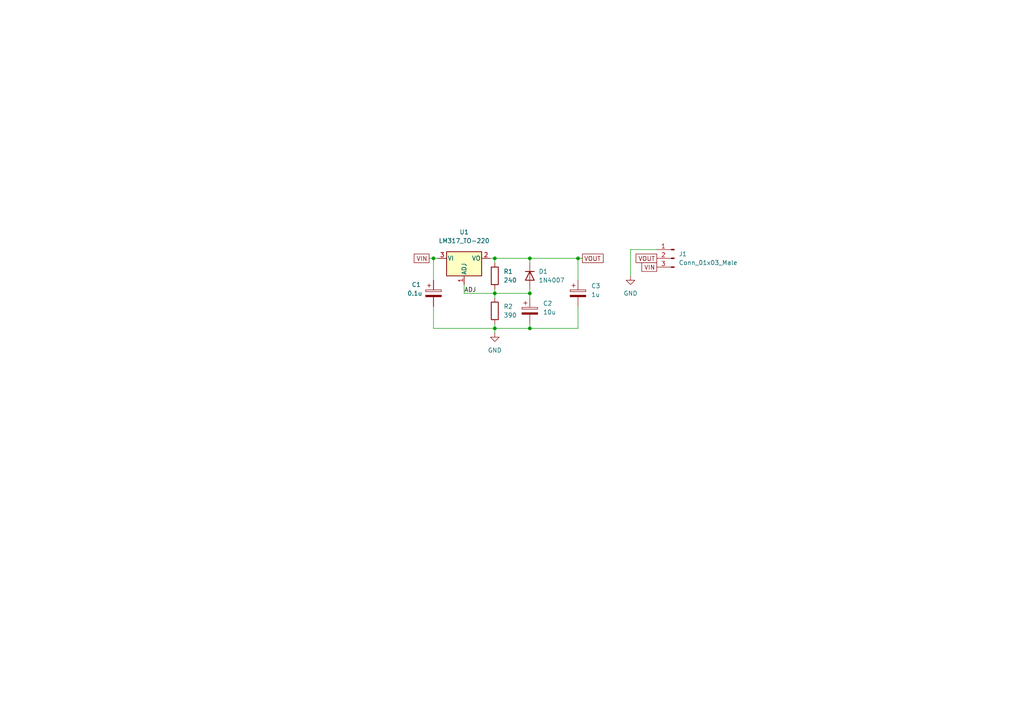
<source format=kicad_sch>
(kicad_sch (version 20211123) (generator eeschema)
  (paper "A4")
  (lib_symbols
    (symbol "Connector:Conn_01x03_Male" (pin_names (offset 1.016) hide)
      (property "Reference" "J" (at 0 5.08 0))
      (property "Value" "Conn_01x03_Male" (at 0 -5.08 0))
      (symbol "Conn_01x03_Male_1_1"
        (polyline (pts (xy 1.27 -2.54) (xy 0.8636 -2.54)) (stroke (width 0.1524)))
        (polyline (pts (xy 1.27 0) (xy 0.8636 0)) (stroke (width 0.1524)))
        (polyline (pts (xy 1.27 2.54) (xy 0.8636 2.54)) (stroke (width 0.1524)))
        (rectangle (start 0.8636 -2.413) (end 0 -2.667) (stroke (width 0.1524)) (fill (type outline)))
        (rectangle (start 0.8636 0.127) (end 0 -0.127) (stroke (width 0.1524)) (fill (type outline)))
        (rectangle (start 0.8636 2.667) (end 0 2.413) (stroke (width 0.1524)) (fill (type outline)))
        (pin passive line (at 5.08 2.54 180) (length 3.81) (name "Pin_1") (number "1"))
        (pin passive line (at 5.08 0 180) (length 3.81) (name "Pin_2") (number "2"))
        (pin passive line (at 5.08 -2.54 180) (length 3.81) (name "Pin_3") (number "3"))
      )
    )
    (symbol "Device:C_Polarized" (pin_numbers hide) (pin_names (offset 0.254))
      (property "Reference" "C" (at 0.635 2.54 0))
      (property "Value" "C_Polarized" (at 0.635 -2.54 0))
      (symbol "C_Polarized_0_1"
        (rectangle (start -2.286 0.508) (end 2.286 1.016))
        (polyline (pts (xy -1.778 2.286) (xy -0.762 2.286)))
        (polyline (pts (xy -1.27 2.794) (xy -1.27 1.778)))
        (rectangle (start 2.286 -0.508) (end -2.286 -1.016) (fill (type outline)))
      )
      (symbol "C_Polarized_1_1"
        (pin passive line (at 0 3.81 270) (length 2.794) (name "~") (number "1"))
        (pin passive line (at 0 -3.81 90) (length 2.794) (name "~") (number "2"))
      )
    )
    (symbol "Device:R" (pin_numbers hide) (pin_names (offset 0))
      (property "Reference" "R" (at 2.032 0 90))
      (property "Value" "R" (at 0 0 90))
      (symbol "R_0_1"
        (rectangle (start -1.016 -2.54) (end 1.016 2.54) (stroke (width 0.254)))
      )
      (symbol "R_1_1"
        (pin passive line (at 0 3.81 270) (length 1.27) (name "~") (number "1"))
        (pin passive line (at 0 -3.81 90) (length 1.27) (name "~") (number "2"))
      )
    )
    (symbol "Diode:1N4007" (pin_numbers hide) (pin_names (offset 1.016) hide)
      (property "Reference" "D" (at 0 2.54 0))
      (property "Value" "1N4007" (at 0 -2.54 0))
      (symbol "1N4007_0_1"
        (polyline (pts (xy -1.27 1.27) (xy -1.27 -1.27)) (stroke (width 0.254)))
        (polyline (pts (xy 1.27 0) (xy -1.27 0)))
        (polyline (pts (xy 1.27 1.27) (xy 1.27 -1.27) (xy -1.27 0) (xy 1.27 1.27)) (stroke (width 0.254)))
      )
      (symbol "1N4007_1_1"
        (pin passive line (at -3.81 0 0) (length 2.54) (name "K") (number "1"))
        (pin passive line (at 3.81 0 180) (length 2.54) (name "A") (number "2"))
      )
    )
    (symbol "Regulator_Linear:LM317_TO-220" (pin_names (offset 0.254))
      (property "Reference" "U" (at -3.81 3.175 0))
      (property "Value" "LM317_TO-220" (at 0 3.175 0))
      (symbol "LM317_TO-220_0_1"
        (rectangle (start -5.08 1.905) (end 5.08 -5.08) (stroke (width 0.254)) (fill (type background)))
      )
      (symbol "LM317_TO-220_1_1"
        (pin input line (at 0 -7.62 90) (length 2.54) (name "ADJ") (number "1"))
        (pin power_out line (at 7.62 0 180) (length 2.54) (name "VO") (number "2"))
        (pin power_in line (at -7.62 0 0) (length 2.54) (name "VI") (number "3"))
      )
    )
    (symbol "power:GND" (power) (pin_names (offset 0))
      (property "Value" "GND" (at 0 -3.81 0))
      (symbol "GND_0_1"
        (polyline (pts (xy 0 0) (xy 0 -1.27) (xy 1.27 -1.27) (xy 0 -2.54) (xy -1.27 -1.27) (xy 0 -1.27)))
      )
      (symbol "GND_1_1"
        (pin power_in line (at 0 0 270) (length 0) hide (name "GND") (number "1"))
      )
    )
  )
  (junction (at 153.67 74.93))
  (junction (at 143.51 95.25))
  (junction (at 143.51 74.93))
  (junction (at 153.67 95.25))
  (junction (at 143.51 85.09))
  (junction (at 125.73 74.93))
  (junction (at 167.64 74.93))
  (junction (at 153.67 85.09))
  (wire (pts (xy 153.67 76.2) (xy 153.67 74.93)))
  (wire (pts (xy 167.64 74.93) (xy 153.67 74.93)))
  (wire (pts (xy 127 74.93) (xy 125.73 74.93)))
  (wire (pts (xy 125.73 95.25) (xy 143.51 95.25)))
  (wire (pts (xy 153.67 85.09) (xy 143.51 85.09)))
  (wire (pts (xy 125.73 88.9) (xy 125.73 95.25)))
  (wire (pts (xy 182.88 80.01) (xy 182.88 72.39)))
  (wire (pts (xy 153.67 93.98) (xy 153.67 95.25)))
  (wire (pts (xy 153.67 85.09) (xy 153.67 86.36)))
  (wire (pts (xy 125.73 74.93) (xy 125.73 81.28)))
  (wire (pts (xy 143.51 85.09) (xy 143.51 86.36)))
  (wire (pts (xy 167.64 95.25) (xy 153.67 95.25)))
  (wire (pts (xy 142.24 74.93) (xy 143.51 74.93)))
  (wire (pts (xy 167.64 74.93) (xy 168.91 74.93)))
  (wire (pts (xy 143.51 74.93) (xy 153.67 74.93)))
  (wire (pts (xy 143.51 74.93) (xy 143.51 76.2)))
  (wire (pts (xy 124.46 74.93) (xy 125.73 74.93)))
  (wire (pts (xy 153.67 83.82) (xy 153.67 85.09)))
  (wire (pts (xy 143.51 83.82) (xy 143.51 85.09)))
  (wire (pts (xy 167.64 81.28) (xy 167.64 74.93)))
  (wire (pts (xy 143.51 93.98) (xy 143.51 95.25)))
  (wire (pts (xy 167.64 88.9) (xy 167.64 95.25)))
  (wire (pts (xy 182.88 72.39) (xy 190.5 72.39)))
  (wire (pts (xy 143.51 95.25) (xy 143.51 96.52)))
  (wire (pts (xy 153.67 95.25) (xy 143.51 95.25)))
  (wire (pts (xy 134.62 82.55) (xy 134.62 85.09)))
  (wire (pts (xy 134.62 85.09) (xy 143.51 85.09)))
  (label "ADJ" (at 134.62 85.09 0))
  (global_label "VIN" (shape passive) (at 124.46 74.93 180) (property "Intersheet References" "${INTERSHEET_REFS}" (effects hide)))
  (global_label "VIN" (shape passive) (at 190.5 77.47 180) (property "Intersheet References" "${INTERSHEET_REFS}" (effects hide)))
  (global_label "VOUT" (shape passive) (at 190.5 74.93 180) (property "Intersheet References" "${INTERSHEET_REFS}" (effects hide)))
  (global_label "VOUT" (shape passive) (at 168.91 74.93 0) (property "Intersheet References" "${INTERSHEET_REFS}" (effects hide)))
  (symbol (lib_id "Regulator_Linear:LM317_TO-220") (at 134.62 74.93 0) (unit 1)
    (property "Reference" "U1" (at 134.62 67.31 0))
    (property "Value" "LM317_TO-220" (at 134.62 69.85 0))
    (property "Footprint" "Package_TO_SOT_THT:TO-220-3_Horizontal_TabDown" (effects hide))
    (property "Datasheet" "http://www.ti.com/lit/ds/symlink/lm317.pdf" (effects hide))
  )
  (symbol (lib_id "Device:C_Polarized") (at 125.73 85.09 0) (unit 1)
    (property "Reference" "C1" (at 119.38 82.55 0) (effects (justify left)))
    (property "Value" "0.1u" (at 118.11 85.09 0) (effects (justify left)))
    (property "Footprint" "Capacitor_THT:CP_Radial_D5.0mm_P2.00mm" (effects hide))
  )
  (symbol (lib_id "power:GND") (at 182.88 80.01 0) (unit 1)
    (property "Reference" "#PWR0102" (effects hide))
    (property "Value" "GND" (at 182.88 85.09 0))
  )
  (symbol (lib_id "Diode:1N4007") (at 153.67 80.01 270) (unit 1)
    (property "Reference" "D1" (at 156.21 78.7399 90) (effects (justify left)))
    (property "Value" "1N4007" (at 156.21 81.2799 90) (effects (justify left)))
    (property "Footprint" "Diode_THT:D_DO-41_SOD81_P10.16mm_Horizontal" (effects hide))
    (property "Datasheet" "http://www.vishay.com/docs/88503/1n4001.pdf" (effects hide))
  )
  (symbol (lib_id "Connector:Conn_01x03_Male") (at 195.58 74.93 0) (mirror y) (unit 1)
    (property "Reference" "J1" (at 196.85 73.6599 0) (effects (justify right)))
    (property "Value" "Conn_01x03_Male" (at 196.85 76.1999 0) (effects (justify right)))
    (property "Footprint" "Connector_PinHeader_2.54mm:PinHeader_1x03_P2.54mm_Vertical" (effects hide))
  )
  (symbol (lib_id "Device:R") (at 143.51 80.01 0) (unit 1)
    (property "Reference" "R1" (at 146.05 78.7399 0) (effects (justify left)))
    (property "Value" "240" (at 146.05 81.2799 0) (effects (justify left)))
    (property "Footprint" "Resistor_THT:R_Axial_DIN0207_L6.3mm_D2.5mm_P7.62mm_Horizontal" (effects hide))
  )
  (symbol (lib_id "Device:C_Polarized") (at 153.67 90.17 0) (unit 1)
    (property "Reference" "C2" (at 157.48 88.0109 0) (effects (justify left)))
    (property "Value" "10u" (at 157.48 90.5509 0) (effects (justify left)))
    (property "Footprint" "Capacitor_THT:CP_Radial_D5.0mm_P2.00mm" (effects hide))
  )
  (symbol (lib_id "Device:R") (at 143.51 90.17 0) (unit 1)
    (property "Reference" "R2" (at 146.05 88.8999 0) (effects (justify left)))
    (property "Value" "390" (at 146.05 91.4399 0) (effects (justify left)))
    (property "Footprint" "Resistor_THT:R_Axial_DIN0207_L6.3mm_D2.5mm_P7.62mm_Horizontal" (effects hide))
  )
  (symbol (lib_id "Device:C_Polarized") (at 167.64 85.09 0) (unit 1)
    (property "Reference" "C3" (at 171.45 82.9309 0) (effects (justify left)))
    (property "Value" "1u" (at 171.45 85.4709 0) (effects (justify left)))
    (property "Footprint" "Capacitor_THT:CP_Radial_D5.0mm_P2.00mm" (effects hide))
  )
  (symbol (lib_id "power:GND") (at 143.51 96.52 0) (unit 1)
    (property "Reference" "#PWR0101" (effects hide))
    (property "Value" "GND" (at 143.51 101.6 0))
  )
)
</source>
